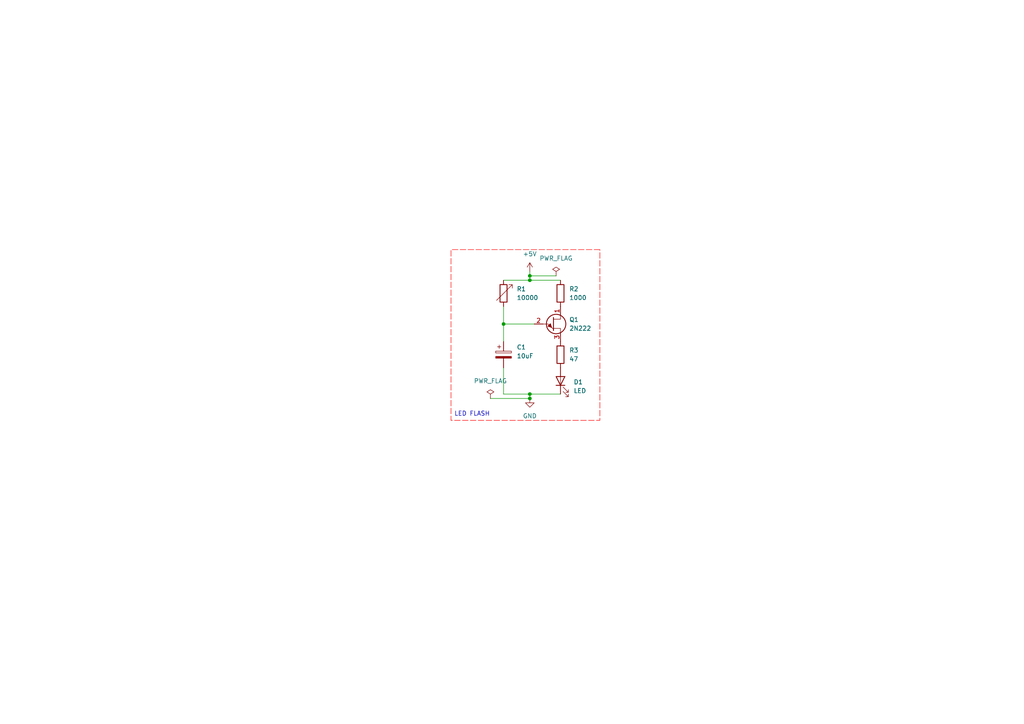
<source format=kicad_sch>
(kicad_sch
	(version 20250114)
	(generator "eeschema")
	(generator_version "9.0")
	(uuid "ed9521a5-353e-44ec-921d-81a030506087")
	(paper "A4")
	(title_block
		(title "LED FLASH USING UJT")
		(date "11-09-2025")
		(rev "ver 1")
		(company "SSN COLLEGE OF ENGINEERING")
		(comment 1 "MY FIRST PCB DESIGN")
	)
	(lib_symbols
		(symbol "Device:C_Polarized"
			(pin_numbers
				(hide yes)
			)
			(pin_names
				(offset 0.254)
			)
			(exclude_from_sim no)
			(in_bom yes)
			(on_board yes)
			(property "Reference" "C"
				(at 0.635 2.54 0)
				(effects
					(font
						(size 1.27 1.27)
					)
					(justify left)
				)
			)
			(property "Value" "C_Polarized"
				(at 0.635 -2.54 0)
				(effects
					(font
						(size 1.27 1.27)
					)
					(justify left)
				)
			)
			(property "Footprint" ""
				(at 0.9652 -3.81 0)
				(effects
					(font
						(size 1.27 1.27)
					)
					(hide yes)
				)
			)
			(property "Datasheet" "~"
				(at 0 0 0)
				(effects
					(font
						(size 1.27 1.27)
					)
					(hide yes)
				)
			)
			(property "Description" "Polarized capacitor"
				(at 0 0 0)
				(effects
					(font
						(size 1.27 1.27)
					)
					(hide yes)
				)
			)
			(property "ki_keywords" "cap capacitor"
				(at 0 0 0)
				(effects
					(font
						(size 1.27 1.27)
					)
					(hide yes)
				)
			)
			(property "ki_fp_filters" "CP_*"
				(at 0 0 0)
				(effects
					(font
						(size 1.27 1.27)
					)
					(hide yes)
				)
			)
			(symbol "C_Polarized_0_1"
				(rectangle
					(start -2.286 0.508)
					(end 2.286 1.016)
					(stroke
						(width 0)
						(type default)
					)
					(fill
						(type none)
					)
				)
				(polyline
					(pts
						(xy -1.778 2.286) (xy -0.762 2.286)
					)
					(stroke
						(width 0)
						(type default)
					)
					(fill
						(type none)
					)
				)
				(polyline
					(pts
						(xy -1.27 2.794) (xy -1.27 1.778)
					)
					(stroke
						(width 0)
						(type default)
					)
					(fill
						(type none)
					)
				)
				(rectangle
					(start 2.286 -0.508)
					(end -2.286 -1.016)
					(stroke
						(width 0)
						(type default)
					)
					(fill
						(type outline)
					)
				)
			)
			(symbol "C_Polarized_1_1"
				(pin passive line
					(at 0 3.81 270)
					(length 2.794)
					(name "~"
						(effects
							(font
								(size 1.27 1.27)
							)
						)
					)
					(number "1"
						(effects
							(font
								(size 1.27 1.27)
							)
						)
					)
				)
				(pin passive line
					(at 0 -3.81 90)
					(length 2.794)
					(name "~"
						(effects
							(font
								(size 1.27 1.27)
							)
						)
					)
					(number "2"
						(effects
							(font
								(size 1.27 1.27)
							)
						)
					)
				)
			)
			(embedded_fonts no)
		)
		(symbol "Device:LED"
			(pin_numbers
				(hide yes)
			)
			(pin_names
				(offset 1.016)
				(hide yes)
			)
			(exclude_from_sim no)
			(in_bom yes)
			(on_board yes)
			(property "Reference" "D"
				(at 0 2.54 0)
				(effects
					(font
						(size 1.27 1.27)
					)
				)
			)
			(property "Value" "LED"
				(at 0 -2.54 0)
				(effects
					(font
						(size 1.27 1.27)
					)
				)
			)
			(property "Footprint" ""
				(at 0 0 0)
				(effects
					(font
						(size 1.27 1.27)
					)
					(hide yes)
				)
			)
			(property "Datasheet" "~"
				(at 0 0 0)
				(effects
					(font
						(size 1.27 1.27)
					)
					(hide yes)
				)
			)
			(property "Description" "Light emitting diode"
				(at 0 0 0)
				(effects
					(font
						(size 1.27 1.27)
					)
					(hide yes)
				)
			)
			(property "Sim.Pins" "1=K 2=A"
				(at 0 0 0)
				(effects
					(font
						(size 1.27 1.27)
					)
					(hide yes)
				)
			)
			(property "ki_keywords" "LED diode"
				(at 0 0 0)
				(effects
					(font
						(size 1.27 1.27)
					)
					(hide yes)
				)
			)
			(property "ki_fp_filters" "LED* LED_SMD:* LED_THT:*"
				(at 0 0 0)
				(effects
					(font
						(size 1.27 1.27)
					)
					(hide yes)
				)
			)
			(symbol "LED_0_1"
				(polyline
					(pts
						(xy -3.048 -0.762) (xy -4.572 -2.286) (xy -3.81 -2.286) (xy -4.572 -2.286) (xy -4.572 -1.524)
					)
					(stroke
						(width 0)
						(type default)
					)
					(fill
						(type none)
					)
				)
				(polyline
					(pts
						(xy -1.778 -0.762) (xy -3.302 -2.286) (xy -2.54 -2.286) (xy -3.302 -2.286) (xy -3.302 -1.524)
					)
					(stroke
						(width 0)
						(type default)
					)
					(fill
						(type none)
					)
				)
				(polyline
					(pts
						(xy -1.27 0) (xy 1.27 0)
					)
					(stroke
						(width 0)
						(type default)
					)
					(fill
						(type none)
					)
				)
				(polyline
					(pts
						(xy -1.27 -1.27) (xy -1.27 1.27)
					)
					(stroke
						(width 0.254)
						(type default)
					)
					(fill
						(type none)
					)
				)
				(polyline
					(pts
						(xy 1.27 -1.27) (xy 1.27 1.27) (xy -1.27 0) (xy 1.27 -1.27)
					)
					(stroke
						(width 0.254)
						(type default)
					)
					(fill
						(type none)
					)
				)
			)
			(symbol "LED_1_1"
				(pin passive line
					(at -3.81 0 0)
					(length 2.54)
					(name "K"
						(effects
							(font
								(size 1.27 1.27)
							)
						)
					)
					(number "1"
						(effects
							(font
								(size 1.27 1.27)
							)
						)
					)
				)
				(pin passive line
					(at 3.81 0 180)
					(length 2.54)
					(name "A"
						(effects
							(font
								(size 1.27 1.27)
							)
						)
					)
					(number "2"
						(effects
							(font
								(size 1.27 1.27)
							)
						)
					)
				)
			)
			(embedded_fonts no)
		)
		(symbol "Device:Q_PUJT_BEB"
			(pin_names
				(offset 0)
				(hide yes)
			)
			(exclude_from_sim no)
			(in_bom yes)
			(on_board yes)
			(property "Reference" "Q"
				(at 5.08 1.27 0)
				(effects
					(font
						(size 1.27 1.27)
					)
					(justify left)
				)
			)
			(property "Value" "Q_PUJT_BEB"
				(at 5.08 -1.27 0)
				(effects
					(font
						(size 1.27 1.27)
					)
					(justify left)
				)
			)
			(property "Footprint" ""
				(at 5.08 2.54 0)
				(effects
					(font
						(size 1.27 1.27)
					)
					(hide yes)
				)
			)
			(property "Datasheet" "~"
				(at 0 0 0)
				(effects
					(font
						(size 1.27 1.27)
					)
					(hide yes)
				)
			)
			(property "Description" "P-Type unijunction transistor"
				(at 0 0 0)
				(effects
					(font
						(size 1.27 1.27)
					)
					(hide yes)
				)
			)
			(property "ki_keywords" "transistor UJT"
				(at 0 0 0)
				(effects
					(font
						(size 1.27 1.27)
					)
					(hide yes)
				)
			)
			(symbol "Q_PUJT_BEB_0_1"
				(polyline
					(pts
						(xy -2.54 0) (xy -1.016 0) (xy 0.508 -1.524)
					)
					(stroke
						(width 0)
						(type default)
					)
					(fill
						(type none)
					)
				)
				(polyline
					(pts
						(xy 0 -1.016) (xy -0.381 0.127) (xy -1.143 -0.635) (xy 0 -1.016)
					)
					(stroke
						(width 0)
						(type default)
					)
					(fill
						(type outline)
					)
				)
				(polyline
					(pts
						(xy 0.508 1.905) (xy 0.508 -1.905) (xy 0.508 -1.905)
					)
					(stroke
						(width 0.254)
						(type default)
					)
					(fill
						(type none)
					)
				)
				(circle
					(center 1.27 0)
					(radius 2.8194)
					(stroke
						(width 0.254)
						(type default)
					)
					(fill
						(type none)
					)
				)
				(polyline
					(pts
						(xy 2.54 2.54) (xy 2.54 1.397) (xy 0.508 1.397)
					)
					(stroke
						(width 0)
						(type default)
					)
					(fill
						(type none)
					)
				)
				(polyline
					(pts
						(xy 2.54 -2.54) (xy 2.54 -1.27) (xy 0.508 -1.27)
					)
					(stroke
						(width 0)
						(type default)
					)
					(fill
						(type none)
					)
				)
			)
			(symbol "Q_PUJT_BEB_1_1"
				(pin input line
					(at -5.08 0 0)
					(length 2.54)
					(name "E"
						(effects
							(font
								(size 1.27 1.27)
							)
						)
					)
					(number "2"
						(effects
							(font
								(size 1.27 1.27)
							)
						)
					)
				)
				(pin passive line
					(at 2.54 5.08 270)
					(length 2.54)
					(name "B2"
						(effects
							(font
								(size 1.27 1.27)
							)
						)
					)
					(number "1"
						(effects
							(font
								(size 1.27 1.27)
							)
						)
					)
				)
				(pin passive line
					(at 2.54 -5.08 90)
					(length 2.54)
					(name "B1"
						(effects
							(font
								(size 1.27 1.27)
							)
						)
					)
					(number "3"
						(effects
							(font
								(size 1.27 1.27)
							)
						)
					)
				)
			)
			(embedded_fonts no)
		)
		(symbol "Device:R"
			(pin_numbers
				(hide yes)
			)
			(pin_names
				(offset 0)
			)
			(exclude_from_sim no)
			(in_bom yes)
			(on_board yes)
			(property "Reference" "R"
				(at 2.032 0 90)
				(effects
					(font
						(size 1.27 1.27)
					)
				)
			)
			(property "Value" "R"
				(at 0 0 90)
				(effects
					(font
						(size 1.27 1.27)
					)
				)
			)
			(property "Footprint" ""
				(at -1.778 0 90)
				(effects
					(font
						(size 1.27 1.27)
					)
					(hide yes)
				)
			)
			(property "Datasheet" "~"
				(at 0 0 0)
				(effects
					(font
						(size 1.27 1.27)
					)
					(hide yes)
				)
			)
			(property "Description" "Resistor"
				(at 0 0 0)
				(effects
					(font
						(size 1.27 1.27)
					)
					(hide yes)
				)
			)
			(property "ki_keywords" "R res resistor"
				(at 0 0 0)
				(effects
					(font
						(size 1.27 1.27)
					)
					(hide yes)
				)
			)
			(property "ki_fp_filters" "R_*"
				(at 0 0 0)
				(effects
					(font
						(size 1.27 1.27)
					)
					(hide yes)
				)
			)
			(symbol "R_0_1"
				(rectangle
					(start -1.016 -2.54)
					(end 1.016 2.54)
					(stroke
						(width 0.254)
						(type default)
					)
					(fill
						(type none)
					)
				)
			)
			(symbol "R_1_1"
				(pin passive line
					(at 0 3.81 270)
					(length 1.27)
					(name "~"
						(effects
							(font
								(size 1.27 1.27)
							)
						)
					)
					(number "1"
						(effects
							(font
								(size 1.27 1.27)
							)
						)
					)
				)
				(pin passive line
					(at 0 -3.81 90)
					(length 1.27)
					(name "~"
						(effects
							(font
								(size 1.27 1.27)
							)
						)
					)
					(number "2"
						(effects
							(font
								(size 1.27 1.27)
							)
						)
					)
				)
			)
			(embedded_fonts no)
		)
		(symbol "Device:R_Variable"
			(pin_numbers
				(hide yes)
			)
			(pin_names
				(offset 0)
			)
			(exclude_from_sim no)
			(in_bom yes)
			(on_board yes)
			(property "Reference" "R"
				(at 2.54 -2.54 90)
				(effects
					(font
						(size 1.27 1.27)
					)
					(justify left)
				)
			)
			(property "Value" "R_Variable"
				(at -2.54 -1.27 90)
				(effects
					(font
						(size 1.27 1.27)
					)
					(justify left)
				)
			)
			(property "Footprint" ""
				(at -1.778 0 90)
				(effects
					(font
						(size 1.27 1.27)
					)
					(hide yes)
				)
			)
			(property "Datasheet" "~"
				(at 0 0 0)
				(effects
					(font
						(size 1.27 1.27)
					)
					(hide yes)
				)
			)
			(property "Description" "Variable resistor"
				(at 0 0 0)
				(effects
					(font
						(size 1.27 1.27)
					)
					(hide yes)
				)
			)
			(property "ki_keywords" "R res resistor variable potentiometer rheostat"
				(at 0 0 0)
				(effects
					(font
						(size 1.27 1.27)
					)
					(hide yes)
				)
			)
			(property "ki_fp_filters" "R_*"
				(at 0 0 0)
				(effects
					(font
						(size 1.27 1.27)
					)
					(hide yes)
				)
			)
			(symbol "R_Variable_0_1"
				(rectangle
					(start -1.016 -2.54)
					(end 1.016 2.54)
					(stroke
						(width 0.254)
						(type default)
					)
					(fill
						(type none)
					)
				)
				(polyline
					(pts
						(xy 2.54 1.524) (xy 2.54 2.54) (xy 1.524 2.54) (xy 2.54 2.54) (xy -2.032 -2.032)
					)
					(stroke
						(width 0)
						(type default)
					)
					(fill
						(type none)
					)
				)
			)
			(symbol "R_Variable_1_1"
				(pin passive line
					(at 0 3.81 270)
					(length 1.27)
					(name "~"
						(effects
							(font
								(size 1.27 1.27)
							)
						)
					)
					(number "1"
						(effects
							(font
								(size 1.27 1.27)
							)
						)
					)
				)
				(pin passive line
					(at 0 -3.81 90)
					(length 1.27)
					(name "~"
						(effects
							(font
								(size 1.27 1.27)
							)
						)
					)
					(number "2"
						(effects
							(font
								(size 1.27 1.27)
							)
						)
					)
				)
			)
			(embedded_fonts no)
		)
		(symbol "power:+5V"
			(power)
			(pin_numbers
				(hide yes)
			)
			(pin_names
				(offset 0)
				(hide yes)
			)
			(exclude_from_sim no)
			(in_bom yes)
			(on_board yes)
			(property "Reference" "#PWR"
				(at 0 -3.81 0)
				(effects
					(font
						(size 1.27 1.27)
					)
					(hide yes)
				)
			)
			(property "Value" "+5V"
				(at 0 3.556 0)
				(effects
					(font
						(size 1.27 1.27)
					)
				)
			)
			(property "Footprint" ""
				(at 0 0 0)
				(effects
					(font
						(size 1.27 1.27)
					)
					(hide yes)
				)
			)
			(property "Datasheet" ""
				(at 0 0 0)
				(effects
					(font
						(size 1.27 1.27)
					)
					(hide yes)
				)
			)
			(property "Description" "Power symbol creates a global label with name \"+5V\""
				(at 0 0 0)
				(effects
					(font
						(size 1.27 1.27)
					)
					(hide yes)
				)
			)
			(property "ki_keywords" "global power"
				(at 0 0 0)
				(effects
					(font
						(size 1.27 1.27)
					)
					(hide yes)
				)
			)
			(symbol "+5V_0_1"
				(polyline
					(pts
						(xy -0.762 1.27) (xy 0 2.54)
					)
					(stroke
						(width 0)
						(type default)
					)
					(fill
						(type none)
					)
				)
				(polyline
					(pts
						(xy 0 2.54) (xy 0.762 1.27)
					)
					(stroke
						(width 0)
						(type default)
					)
					(fill
						(type none)
					)
				)
				(polyline
					(pts
						(xy 0 0) (xy 0 2.54)
					)
					(stroke
						(width 0)
						(type default)
					)
					(fill
						(type none)
					)
				)
			)
			(symbol "+5V_1_1"
				(pin power_in line
					(at 0 0 90)
					(length 0)
					(name "~"
						(effects
							(font
								(size 1.27 1.27)
							)
						)
					)
					(number "1"
						(effects
							(font
								(size 1.27 1.27)
							)
						)
					)
				)
			)
			(embedded_fonts no)
		)
		(symbol "power:GND"
			(power)
			(pin_numbers
				(hide yes)
			)
			(pin_names
				(offset 0)
				(hide yes)
			)
			(exclude_from_sim no)
			(in_bom yes)
			(on_board yes)
			(property "Reference" "#PWR"
				(at 0 -6.35 0)
				(effects
					(font
						(size 1.27 1.27)
					)
					(hide yes)
				)
			)
			(property "Value" "GND"
				(at 0 -3.81 0)
				(effects
					(font
						(size 1.27 1.27)
					)
				)
			)
			(property "Footprint" ""
				(at 0 0 0)
				(effects
					(font
						(size 1.27 1.27)
					)
					(hide yes)
				)
			)
			(property "Datasheet" ""
				(at 0 0 0)
				(effects
					(font
						(size 1.27 1.27)
					)
					(hide yes)
				)
			)
			(property "Description" "Power symbol creates a global label with name \"GND\" , ground"
				(at 0 0 0)
				(effects
					(font
						(size 1.27 1.27)
					)
					(hide yes)
				)
			)
			(property "ki_keywords" "global power"
				(at 0 0 0)
				(effects
					(font
						(size 1.27 1.27)
					)
					(hide yes)
				)
			)
			(symbol "GND_0_1"
				(polyline
					(pts
						(xy 0 0) (xy 0 -1.27) (xy 1.27 -1.27) (xy 0 -2.54) (xy -1.27 -1.27) (xy 0 -1.27)
					)
					(stroke
						(width 0)
						(type default)
					)
					(fill
						(type none)
					)
				)
			)
			(symbol "GND_1_1"
				(pin power_in line
					(at 0 0 270)
					(length 0)
					(name "~"
						(effects
							(font
								(size 1.27 1.27)
							)
						)
					)
					(number "1"
						(effects
							(font
								(size 1.27 1.27)
							)
						)
					)
				)
			)
			(embedded_fonts no)
		)
		(symbol "power:PWR_FLAG"
			(power)
			(pin_numbers
				(hide yes)
			)
			(pin_names
				(offset 0)
				(hide yes)
			)
			(exclude_from_sim no)
			(in_bom yes)
			(on_board yes)
			(property "Reference" "#FLG"
				(at 0 1.905 0)
				(effects
					(font
						(size 1.27 1.27)
					)
					(hide yes)
				)
			)
			(property "Value" "PWR_FLAG"
				(at 0 3.81 0)
				(effects
					(font
						(size 1.27 1.27)
					)
				)
			)
			(property "Footprint" ""
				(at 0 0 0)
				(effects
					(font
						(size 1.27 1.27)
					)
					(hide yes)
				)
			)
			(property "Datasheet" "~"
				(at 0 0 0)
				(effects
					(font
						(size 1.27 1.27)
					)
					(hide yes)
				)
			)
			(property "Description" "Special symbol for telling ERC where power comes from"
				(at 0 0 0)
				(effects
					(font
						(size 1.27 1.27)
					)
					(hide yes)
				)
			)
			(property "ki_keywords" "flag power"
				(at 0 0 0)
				(effects
					(font
						(size 1.27 1.27)
					)
					(hide yes)
				)
			)
			(symbol "PWR_FLAG_0_0"
				(pin power_out line
					(at 0 0 90)
					(length 0)
					(name "~"
						(effects
							(font
								(size 1.27 1.27)
							)
						)
					)
					(number "1"
						(effects
							(font
								(size 1.27 1.27)
							)
						)
					)
				)
			)
			(symbol "PWR_FLAG_0_1"
				(polyline
					(pts
						(xy 0 0) (xy 0 1.27) (xy -1.016 1.905) (xy 0 2.54) (xy 1.016 1.905) (xy 0 1.27)
					)
					(stroke
						(width 0)
						(type default)
					)
					(fill
						(type none)
					)
				)
			)
			(embedded_fonts no)
		)
	)
	(text "LED FLASH "
		(exclude_from_sim no)
		(at 137.414 120.142 0)
		(effects
			(font
				(size 1.27 1.27)
			)
		)
		(uuid "7b9ba56f-f0ad-40ce-9415-c9535515d580")
	)
	(junction
		(at 153.67 80.01)
		(diameter 0)
		(color 0 0 0 0)
		(uuid "494b624b-ebdc-45d3-aba2-287f113ae1c0")
	)
	(junction
		(at 153.67 114.3)
		(diameter 0)
		(color 0 0 0 0)
		(uuid "61e93028-a878-4791-bf36-32f00f9ab22d")
	)
	(junction
		(at 153.67 115.57)
		(diameter 0)
		(color 0 0 0 0)
		(uuid "78ea03bb-d37d-40de-8b4b-5dbf686ba547")
	)
	(junction
		(at 146.05 93.98)
		(diameter 0)
		(color 0 0 0 0)
		(uuid "c52cb1d9-e6de-42e2-ab04-e3fe074bda05")
	)
	(junction
		(at 153.67 81.28)
		(diameter 0)
		(color 0 0 0 0)
		(uuid "f49accbb-117e-4d96-90fa-0893a58e79db")
	)
	(wire
		(pts
			(xy 146.05 81.28) (xy 153.67 81.28)
		)
		(stroke
			(width 0)
			(type default)
		)
		(uuid "07ef0135-3b76-403d-8044-c44a38aa41be")
	)
	(wire
		(pts
			(xy 146.05 93.98) (xy 154.94 93.98)
		)
		(stroke
			(width 0)
			(type default)
		)
		(uuid "09480691-45d8-496e-bb59-41fa94cb5215")
	)
	(wire
		(pts
			(xy 146.05 93.98) (xy 146.05 99.06)
		)
		(stroke
			(width 0)
			(type default)
		)
		(uuid "4ae4e0d9-55de-471c-8754-60762800d06a")
	)
	(wire
		(pts
			(xy 146.05 88.9) (xy 146.05 93.98)
		)
		(stroke
			(width 0)
			(type default)
		)
		(uuid "70a66b19-1425-4d88-9795-e1145ddca8d2")
	)
	(wire
		(pts
			(xy 153.67 81.28) (xy 162.56 81.28)
		)
		(stroke
			(width 0)
			(type default)
		)
		(uuid "79172cae-5a81-4a89-a1cf-b060729a6a22")
	)
	(wire
		(pts
			(xy 153.67 114.3) (xy 153.67 115.57)
		)
		(stroke
			(width 0)
			(type default)
		)
		(uuid "79a0514b-aace-4748-ab36-90d11a15e0fb")
	)
	(wire
		(pts
			(xy 142.24 115.57) (xy 153.67 115.57)
		)
		(stroke
			(width 0)
			(type default)
		)
		(uuid "9c015f44-bb6d-4f0a-a8d8-b37d01099033")
	)
	(wire
		(pts
			(xy 153.67 114.3) (xy 162.56 114.3)
		)
		(stroke
			(width 0)
			(type default)
		)
		(uuid "9d31ed1d-97a4-49e2-9edf-27da7d493a3f")
	)
	(wire
		(pts
			(xy 146.05 114.3) (xy 153.67 114.3)
		)
		(stroke
			(width 0)
			(type default)
		)
		(uuid "a3538b73-2c34-4424-884d-a4c57bc2b34b")
	)
	(wire
		(pts
			(xy 153.67 78.74) (xy 153.67 80.01)
		)
		(stroke
			(width 0)
			(type default)
		)
		(uuid "c8cc0194-c89a-4a87-88b9-10d50e2be44e")
	)
	(wire
		(pts
			(xy 153.67 80.01) (xy 161.29 80.01)
		)
		(stroke
			(width 0)
			(type default)
		)
		(uuid "d9336b86-e29d-4db8-8d34-ae62d72254e8")
	)
	(wire
		(pts
			(xy 146.05 106.68) (xy 146.05 114.3)
		)
		(stroke
			(width 0)
			(type default)
		)
		(uuid "dbddb993-8896-424f-969d-bb57981bfec9")
	)
	(wire
		(pts
			(xy 153.67 80.01) (xy 153.67 81.28)
		)
		(stroke
			(width 0)
			(type default)
		)
		(uuid "f170dfc2-9b69-4406-9249-cd17930ff514")
	)
	(rule_area
		(polyline
			(pts
				(xy 173.99 72.39) (xy 130.81 72.39) (xy 130.81 121.92) (xy 173.99 121.92)
			)
			(stroke
				(width 0)
				(type dash)
			)
			(fill
				(type none)
			)
			(uuid 3cab8863-18b0-4052-ba0a-fc4568015189)
		)
	)
	(symbol
		(lib_id "Device:R")
		(at 162.56 102.87 0)
		(unit 1)
		(exclude_from_sim no)
		(in_bom yes)
		(on_board yes)
		(dnp no)
		(fields_autoplaced yes)
		(uuid "01e7551e-04d0-40cf-bd03-e6f2af779255")
		(property "Reference" "R3"
			(at 165.1 101.5999 0)
			(effects
				(font
					(size 1.27 1.27)
				)
				(justify left)
			)
		)
		(property "Value" "47"
			(at 165.1 104.1399 0)
			(effects
				(font
					(size 1.27 1.27)
				)
				(justify left)
			)
		)
		(property "Footprint" "Resistor_THT:R_Axial_DIN0207_L6.3mm_D2.5mm_P10.16mm_Horizontal"
			(at 160.782 102.87 90)
			(effects
				(font
					(size 1.27 1.27)
				)
				(hide yes)
			)
		)
		(property "Datasheet" "~"
			(at 162.56 102.87 0)
			(effects
				(font
					(size 1.27 1.27)
				)
				(hide yes)
			)
		)
		(property "Description" "Resistor"
			(at 162.56 102.87 0)
			(effects
				(font
					(size 1.27 1.27)
				)
				(hide yes)
			)
		)
		(pin "1"
			(uuid "b2246b2f-a558-457e-8d0c-9518a6e9b23d")
		)
		(pin "2"
			(uuid "a2ba27a8-4126-4d9e-b56c-96a174a865fa")
		)
		(instances
			(project ""
				(path "/ed9521a5-353e-44ec-921d-81a030506087"
					(reference "R3")
					(unit 1)
				)
			)
		)
	)
	(symbol
		(lib_id "power:PWR_FLAG")
		(at 161.29 80.01 0)
		(unit 1)
		(exclude_from_sim no)
		(in_bom yes)
		(on_board yes)
		(dnp no)
		(fields_autoplaced yes)
		(uuid "57b6ca66-e6c2-4ab8-ad26-acc0f45ad7d6")
		(property "Reference" "#FLG01"
			(at 161.29 78.105 0)
			(effects
				(font
					(size 1.27 1.27)
				)
				(hide yes)
			)
		)
		(property "Value" "PWR_FLAG"
			(at 161.29 74.93 0)
			(effects
				(font
					(size 1.27 1.27)
				)
			)
		)
		(property "Footprint" ""
			(at 161.29 80.01 0)
			(effects
				(font
					(size 1.27 1.27)
				)
				(hide yes)
			)
		)
		(property "Datasheet" "~"
			(at 161.29 80.01 0)
			(effects
				(font
					(size 1.27 1.27)
				)
				(hide yes)
			)
		)
		(property "Description" "Special symbol for telling ERC where power comes from"
			(at 161.29 80.01 0)
			(effects
				(font
					(size 1.27 1.27)
				)
				(hide yes)
			)
		)
		(pin "1"
			(uuid "f19dcf35-08a5-4e2e-87a2-85a311504e28")
		)
		(instances
			(project ""
				(path "/ed9521a5-353e-44ec-921d-81a030506087"
					(reference "#FLG01")
					(unit 1)
				)
			)
		)
	)
	(symbol
		(lib_id "Device:C_Polarized")
		(at 146.05 102.87 0)
		(unit 1)
		(exclude_from_sim no)
		(in_bom yes)
		(on_board yes)
		(dnp no)
		(fields_autoplaced yes)
		(uuid "ab1bd249-0254-4bac-b621-f90baab0824e")
		(property "Reference" "C1"
			(at 149.86 100.7109 0)
			(effects
				(font
					(size 1.27 1.27)
				)
				(justify left)
			)
		)
		(property "Value" "10uF"
			(at 149.86 103.2509 0)
			(effects
				(font
					(size 1.27 1.27)
				)
				(justify left)
			)
		)
		(property "Footprint" "Capacitor_THT:CP_Axial_L18.0mm_D6.5mm_P25.00mm_Horizontal"
			(at 147.0152 106.68 0)
			(effects
				(font
					(size 1.27 1.27)
				)
				(hide yes)
			)
		)
		(property "Datasheet" "~"
			(at 146.05 102.87 0)
			(effects
				(font
					(size 1.27 1.27)
				)
				(hide yes)
			)
		)
		(property "Description" "Polarized capacitor"
			(at 146.05 102.87 0)
			(effects
				(font
					(size 1.27 1.27)
				)
				(hide yes)
			)
		)
		(pin "2"
			(uuid "b94da827-6cb9-408a-98e7-ba8fca791809")
		)
		(pin "1"
			(uuid "5185d313-4e25-4ec9-a6cb-22c954dacbd7")
		)
		(instances
			(project ""
				(path "/ed9521a5-353e-44ec-921d-81a030506087"
					(reference "C1")
					(unit 1)
				)
			)
		)
	)
	(symbol
		(lib_id "power:PWR_FLAG")
		(at 142.24 115.57 0)
		(unit 1)
		(exclude_from_sim no)
		(in_bom yes)
		(on_board yes)
		(dnp no)
		(fields_autoplaced yes)
		(uuid "afb2b9ee-895f-4b5f-bae0-4494455c3243")
		(property "Reference" "#FLG02"
			(at 142.24 113.665 0)
			(effects
				(font
					(size 1.27 1.27)
				)
				(hide yes)
			)
		)
		(property "Value" "PWR_FLAG"
			(at 142.24 110.49 0)
			(effects
				(font
					(size 1.27 1.27)
				)
			)
		)
		(property "Footprint" ""
			(at 142.24 115.57 0)
			(effects
				(font
					(size 1.27 1.27)
				)
				(hide yes)
			)
		)
		(property "Datasheet" "~"
			(at 142.24 115.57 0)
			(effects
				(font
					(size 1.27 1.27)
				)
				(hide yes)
			)
		)
		(property "Description" "Special symbol for telling ERC where power comes from"
			(at 142.24 115.57 0)
			(effects
				(font
					(size 1.27 1.27)
				)
				(hide yes)
			)
		)
		(pin "1"
			(uuid "27fcd026-d44b-4729-9a80-80549b5cb8a5")
		)
		(instances
			(project ""
				(path "/ed9521a5-353e-44ec-921d-81a030506087"
					(reference "#FLG02")
					(unit 1)
				)
			)
		)
	)
	(symbol
		(lib_id "power:GND")
		(at 153.67 115.57 0)
		(unit 1)
		(exclude_from_sim no)
		(in_bom yes)
		(on_board yes)
		(dnp no)
		(fields_autoplaced yes)
		(uuid "b31fc70b-41b5-4705-9ba8-896a76426ebb")
		(property "Reference" "#PWR02"
			(at 153.67 121.92 0)
			(effects
				(font
					(size 1.27 1.27)
				)
				(hide yes)
			)
		)
		(property "Value" "GND"
			(at 153.67 120.65 0)
			(effects
				(font
					(size 1.27 1.27)
				)
			)
		)
		(property "Footprint" ""
			(at 153.67 115.57 0)
			(effects
				(font
					(size 1.27 1.27)
				)
				(hide yes)
			)
		)
		(property "Datasheet" ""
			(at 153.67 115.57 0)
			(effects
				(font
					(size 1.27 1.27)
				)
				(hide yes)
			)
		)
		(property "Description" "Power symbol creates a global label with name \"GND\" , ground"
			(at 153.67 115.57 0)
			(effects
				(font
					(size 1.27 1.27)
				)
				(hide yes)
			)
		)
		(pin "1"
			(uuid "d5013d50-9460-47b2-8ebd-54817ca7a14b")
		)
		(instances
			(project ""
				(path "/ed9521a5-353e-44ec-921d-81a030506087"
					(reference "#PWR02")
					(unit 1)
				)
			)
		)
	)
	(symbol
		(lib_id "Device:LED")
		(at 162.56 110.49 90)
		(unit 1)
		(exclude_from_sim no)
		(in_bom yes)
		(on_board yes)
		(dnp no)
		(fields_autoplaced yes)
		(uuid "c40aa721-144d-4f85-abdc-01a6a743c966")
		(property "Reference" "D1"
			(at 166.37 110.8074 90)
			(effects
				(font
					(size 1.27 1.27)
				)
				(justify right)
			)
		)
		(property "Value" "LED"
			(at 166.37 113.3474 90)
			(effects
				(font
					(size 1.27 1.27)
				)
				(justify right)
			)
		)
		(property "Footprint" "LED_THT:LED_D5.0mm"
			(at 162.56 110.49 0)
			(effects
				(font
					(size 1.27 1.27)
				)
				(hide yes)
			)
		)
		(property "Datasheet" "~"
			(at 162.56 110.49 0)
			(effects
				(font
					(size 1.27 1.27)
				)
				(hide yes)
			)
		)
		(property "Description" "Light emitting diode"
			(at 162.56 110.49 0)
			(effects
				(font
					(size 1.27 1.27)
				)
				(hide yes)
			)
		)
		(property "Sim.Pins" "1=K 2=A"
			(at 162.56 110.49 0)
			(effects
				(font
					(size 1.27 1.27)
				)
				(hide yes)
			)
		)
		(pin "2"
			(uuid "70aeecfc-bcde-44d0-8dff-d9af520a3938")
		)
		(pin "1"
			(uuid "f7ddc09b-0f9b-4501-b8a5-effe5b2428a4")
		)
		(instances
			(project ""
				(path "/ed9521a5-353e-44ec-921d-81a030506087"
					(reference "D1")
					(unit 1)
				)
			)
		)
	)
	(symbol
		(lib_id "Device:Q_PUJT_BEB")
		(at 160.02 93.98 0)
		(unit 1)
		(exclude_from_sim no)
		(in_bom yes)
		(on_board yes)
		(dnp no)
		(fields_autoplaced yes)
		(uuid "c91d97b0-7e74-4171-baf2-16a5f48d6ed9")
		(property "Reference" "Q1"
			(at 165.1 92.7099 0)
			(effects
				(font
					(size 1.27 1.27)
				)
				(justify left)
			)
		)
		(property "Value" "2N222"
			(at 165.1 95.2499 0)
			(effects
				(font
					(size 1.27 1.27)
				)
				(justify left)
			)
		)
		(property "Footprint" "Package_TO_SOT_THT:TO-92"
			(at 165.1 91.44 0)
			(effects
				(font
					(size 1.27 1.27)
				)
				(hide yes)
			)
		)
		(property "Datasheet" "~"
			(at 160.02 93.98 0)
			(effects
				(font
					(size 1.27 1.27)
				)
				(hide yes)
			)
		)
		(property "Description" "P-Type unijunction transistor"
			(at 160.02 93.98 0)
			(effects
				(font
					(size 1.27 1.27)
				)
				(hide yes)
			)
		)
		(pin "1"
			(uuid "183df9d6-137e-4d64-83a6-c89462997b7a")
		)
		(pin "3"
			(uuid "db888799-eed3-4009-a074-e489d54db060")
		)
		(pin "2"
			(uuid "1fc4386d-9b28-4be0-8c09-8b914f35310f")
		)
		(instances
			(project ""
				(path "/ed9521a5-353e-44ec-921d-81a030506087"
					(reference "Q1")
					(unit 1)
				)
			)
		)
	)
	(symbol
		(lib_id "Device:R")
		(at 162.56 85.09 0)
		(unit 1)
		(exclude_from_sim no)
		(in_bom yes)
		(on_board yes)
		(dnp no)
		(fields_autoplaced yes)
		(uuid "c95a183b-a941-4ff4-a8ea-10efe52def6d")
		(property "Reference" "R2"
			(at 165.1 83.8199 0)
			(effects
				(font
					(size 1.27 1.27)
				)
				(justify left)
			)
		)
		(property "Value" "1000"
			(at 165.1 86.3599 0)
			(effects
				(font
					(size 1.27 1.27)
				)
				(justify left)
			)
		)
		(property "Footprint" "Resistor_THT:R_Axial_DIN0207_L6.3mm_D2.5mm_P10.16mm_Horizontal"
			(at 160.782 85.09 90)
			(effects
				(font
					(size 1.27 1.27)
				)
				(hide yes)
			)
		)
		(property "Datasheet" "~"
			(at 162.56 85.09 0)
			(effects
				(font
					(size 1.27 1.27)
				)
				(hide yes)
			)
		)
		(property "Description" "Resistor"
			(at 162.56 85.09 0)
			(effects
				(font
					(size 1.27 1.27)
				)
				(hide yes)
			)
		)
		(pin "2"
			(uuid "8ac1a781-4439-465a-bb28-cf2cc2afada3")
		)
		(pin "1"
			(uuid "d7855787-3972-4919-9e46-e8db1e4c3ab1")
		)
		(instances
			(project ""
				(path "/ed9521a5-353e-44ec-921d-81a030506087"
					(reference "R2")
					(unit 1)
				)
			)
		)
	)
	(symbol
		(lib_id "Device:R_Variable")
		(at 146.05 85.09 0)
		(unit 1)
		(exclude_from_sim no)
		(in_bom yes)
		(on_board yes)
		(dnp no)
		(fields_autoplaced yes)
		(uuid "d9a15595-e556-416e-a7e9-165d87db88a1")
		(property "Reference" "R1"
			(at 149.86 83.8199 0)
			(effects
				(font
					(size 1.27 1.27)
				)
				(justify left)
			)
		)
		(property "Value" "10000"
			(at 149.86 86.3599 0)
			(effects
				(font
					(size 1.27 1.27)
				)
				(justify left)
			)
		)
		(property "Footprint" "Resistor_THT:R_Axial_DIN0207_L6.3mm_D2.5mm_P7.62mm_Horizontal"
			(at 144.272 85.09 90)
			(effects
				(font
					(size 1.27 1.27)
				)
				(hide yes)
			)
		)
		(property "Datasheet" "~"
			(at 146.05 85.09 0)
			(effects
				(font
					(size 1.27 1.27)
				)
				(hide yes)
			)
		)
		(property "Description" "Variable resistor"
			(at 146.05 85.09 0)
			(effects
				(font
					(size 1.27 1.27)
				)
				(hide yes)
			)
		)
		(pin "1"
			(uuid "183fd246-26c1-4daf-9c57-e7a5affc6a4e")
		)
		(pin "2"
			(uuid "fce9d0fb-3b9b-4b90-b861-9af414196030")
		)
		(instances
			(project ""
				(path "/ed9521a5-353e-44ec-921d-81a030506087"
					(reference "R1")
					(unit 1)
				)
			)
		)
	)
	(symbol
		(lib_id "power:+5V")
		(at 153.67 78.74 0)
		(unit 1)
		(exclude_from_sim no)
		(in_bom yes)
		(on_board yes)
		(dnp no)
		(fields_autoplaced yes)
		(uuid "f51a8cfc-a1ab-4e37-8022-b4294570378c")
		(property "Reference" "#PWR01"
			(at 153.67 82.55 0)
			(effects
				(font
					(size 1.27 1.27)
				)
				(hide yes)
			)
		)
		(property "Value" "+5V"
			(at 153.67 73.66 0)
			(effects
				(font
					(size 1.27 1.27)
				)
			)
		)
		(property "Footprint" ""
			(at 153.67 78.74 0)
			(effects
				(font
					(size 1.27 1.27)
				)
				(hide yes)
			)
		)
		(property "Datasheet" ""
			(at 153.67 78.74 0)
			(effects
				(font
					(size 1.27 1.27)
				)
				(hide yes)
			)
		)
		(property "Description" "Power symbol creates a global label with name \"+5V\""
			(at 153.67 78.74 0)
			(effects
				(font
					(size 1.27 1.27)
				)
				(hide yes)
			)
		)
		(pin "1"
			(uuid "aae0992b-48b5-4ccd-b7a5-e62b9507f679")
		)
		(instances
			(project ""
				(path "/ed9521a5-353e-44ec-921d-81a030506087"
					(reference "#PWR01")
					(unit 1)
				)
			)
		)
	)
	(sheet_instances
		(path "/"
			(page "1")
		)
	)
	(embedded_fonts no)
)

</source>
